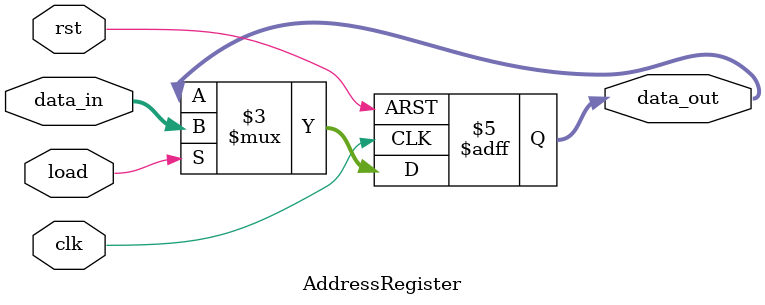
<source format=v>
module AddressRegister(
    data_out, 
    data_in, 
    load, 
    clk, 
    rst
    );
    //address width  
    parameter addr_width = 8;
    output [addr_width-1:0] data_out;
    input [addr_width-1:0] data_in;
    input load, clk, rst;
    reg [addr_width-1:0] data_out;

    always @(posedge clk or negedge rst) begin 
        if (rst==0) begin 
            data_out <= 0;
        end
        else if (load) begin 
            data_out <= data_in;
        end
    end
endmodule

</source>
